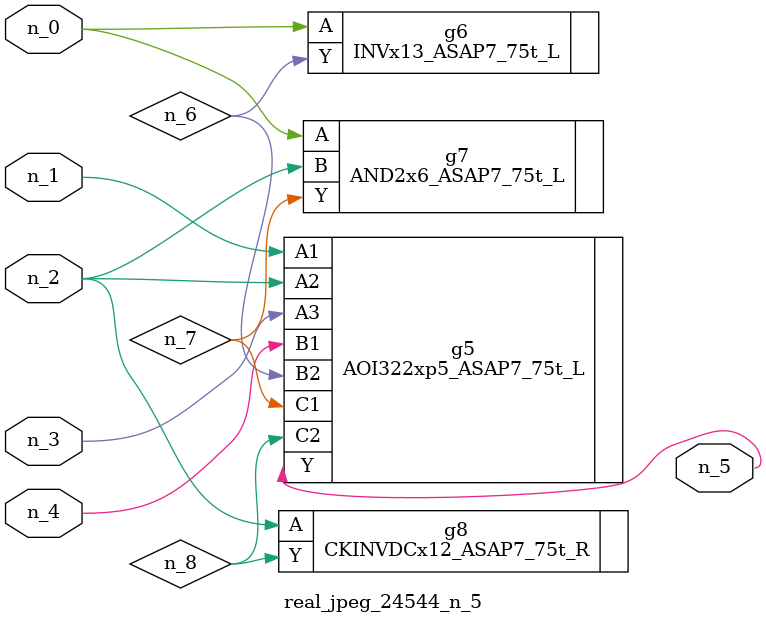
<source format=v>
module real_jpeg_24544_n_5 (n_4, n_0, n_1, n_2, n_3, n_5);

input n_4;
input n_0;
input n_1;
input n_2;
input n_3;

output n_5;

wire n_8;
wire n_6;
wire n_7;

INVx13_ASAP7_75t_L g6 ( 
.A(n_0),
.Y(n_6)
);

AND2x6_ASAP7_75t_L g7 ( 
.A(n_0),
.B(n_2),
.Y(n_7)
);

AOI322xp5_ASAP7_75t_L g5 ( 
.A1(n_1),
.A2(n_2),
.A3(n_3),
.B1(n_4),
.B2(n_6),
.C1(n_7),
.C2(n_8),
.Y(n_5)
);

CKINVDCx12_ASAP7_75t_R g8 ( 
.A(n_2),
.Y(n_8)
);


endmodule
</source>
